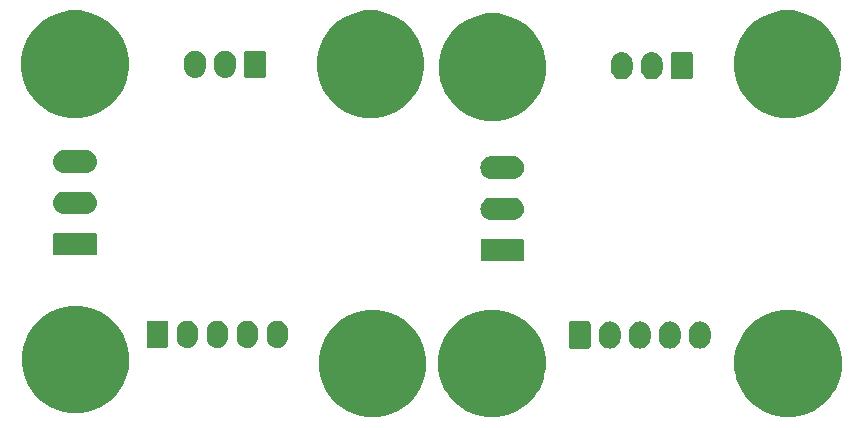
<source format=gbs>
G04 #@! TF.GenerationSoftware,KiCad,Pcbnew,5.0.2+dfsg1-1~bpo9+1*
G04 #@! TF.CreationDate,2019-11-03T17:14:50+01:00*
G04 #@! TF.ProjectId,HALF_DUPLEX_UART,48414c46-5f44-4555-904c-45585f554152,rev?*
G04 #@! TF.SameCoordinates,Original*
G04 #@! TF.FileFunction,Soldermask,Bot*
G04 #@! TF.FilePolarity,Negative*
%FSLAX46Y46*%
G04 Gerber Fmt 4.6, Leading zero omitted, Abs format (unit mm)*
G04 Created by KiCad (PCBNEW 5.0.2+dfsg1-1~bpo9+1) date dim. 03 nov. 2019 17:14:50 CET*
%MOMM*%
%LPD*%
G01*
G04 APERTURE LIST*
%ADD10C,0.100000*%
G04 APERTURE END LIST*
D10*
G36*
X144646975Y-116210392D02*
X144646977Y-116210393D01*
X144646978Y-116210393D01*
X145475207Y-116553456D01*
X146180906Y-117024990D01*
X146220596Y-117051510D01*
X146854490Y-117685404D01*
X146854492Y-117685407D01*
X147352544Y-118430793D01*
X147695395Y-119258510D01*
X147695608Y-119259025D01*
X147870500Y-120138264D01*
X147870500Y-121034736D01*
X147758763Y-121596475D01*
X147695607Y-121913978D01*
X147352544Y-122742207D01*
X147066639Y-123170093D01*
X146854490Y-123487596D01*
X146220596Y-124121490D01*
X146220593Y-124121492D01*
X145475207Y-124619544D01*
X144646978Y-124962607D01*
X144646977Y-124962607D01*
X144646975Y-124962608D01*
X143767736Y-125137500D01*
X142871264Y-125137500D01*
X141992025Y-124962608D01*
X141992023Y-124962607D01*
X141992022Y-124962607D01*
X141163793Y-124619544D01*
X140418407Y-124121492D01*
X140418404Y-124121490D01*
X139784510Y-123487596D01*
X139572361Y-123170093D01*
X139286456Y-122742207D01*
X138943393Y-121913978D01*
X138880238Y-121596475D01*
X138768500Y-121034736D01*
X138768500Y-120138264D01*
X138943392Y-119259025D01*
X138943605Y-119258510D01*
X139286456Y-118430793D01*
X139784508Y-117685407D01*
X139784510Y-117685404D01*
X140418404Y-117051510D01*
X140458094Y-117024990D01*
X141163793Y-116553456D01*
X141992022Y-116210393D01*
X141992023Y-116210393D01*
X141992025Y-116210392D01*
X142871264Y-116035500D01*
X143767736Y-116035500D01*
X144646975Y-116210392D01*
X144646975Y-116210392D01*
G37*
G36*
X179825975Y-116210392D02*
X179825977Y-116210393D01*
X179825978Y-116210393D01*
X180654207Y-116553456D01*
X181359906Y-117024990D01*
X181399596Y-117051510D01*
X182033490Y-117685404D01*
X182033492Y-117685407D01*
X182531544Y-118430793D01*
X182874395Y-119258510D01*
X182874608Y-119259025D01*
X183049500Y-120138264D01*
X183049500Y-121034736D01*
X182937763Y-121596475D01*
X182874607Y-121913978D01*
X182531544Y-122742207D01*
X182245639Y-123170093D01*
X182033490Y-123487596D01*
X181399596Y-124121490D01*
X181399593Y-124121492D01*
X180654207Y-124619544D01*
X179825978Y-124962607D01*
X179825977Y-124962607D01*
X179825975Y-124962608D01*
X178946736Y-125137500D01*
X178050264Y-125137500D01*
X177171025Y-124962608D01*
X177171023Y-124962607D01*
X177171022Y-124962607D01*
X176342793Y-124619544D01*
X175597407Y-124121492D01*
X175597404Y-124121490D01*
X174963510Y-123487596D01*
X174751361Y-123170093D01*
X174465456Y-122742207D01*
X174122393Y-121913978D01*
X174059238Y-121596475D01*
X173947500Y-121034736D01*
X173947500Y-120138264D01*
X174122392Y-119259025D01*
X174122605Y-119258510D01*
X174465456Y-118430793D01*
X174963508Y-117685407D01*
X174963510Y-117685404D01*
X175597404Y-117051510D01*
X175637094Y-117024990D01*
X176342793Y-116553456D01*
X177171022Y-116210393D01*
X177171023Y-116210393D01*
X177171025Y-116210392D01*
X178050264Y-116035500D01*
X178946736Y-116035500D01*
X179825975Y-116210392D01*
X179825975Y-116210392D01*
G37*
G36*
X154743475Y-116210392D02*
X154743477Y-116210393D01*
X154743478Y-116210393D01*
X155571707Y-116553456D01*
X156277406Y-117024990D01*
X156317096Y-117051510D01*
X156950990Y-117685404D01*
X156950992Y-117685407D01*
X157449044Y-118430793D01*
X157791895Y-119258510D01*
X157792108Y-119259025D01*
X157967000Y-120138264D01*
X157967000Y-121034736D01*
X157855263Y-121596475D01*
X157792107Y-121913978D01*
X157449044Y-122742207D01*
X157163139Y-123170093D01*
X156950990Y-123487596D01*
X156317096Y-124121490D01*
X156317093Y-124121492D01*
X155571707Y-124619544D01*
X154743478Y-124962607D01*
X154743477Y-124962607D01*
X154743475Y-124962608D01*
X153864236Y-125137500D01*
X152967764Y-125137500D01*
X152088525Y-124962608D01*
X152088523Y-124962607D01*
X152088522Y-124962607D01*
X151260293Y-124619544D01*
X150514907Y-124121492D01*
X150514904Y-124121490D01*
X149881010Y-123487596D01*
X149668861Y-123170093D01*
X149382956Y-122742207D01*
X149039893Y-121913978D01*
X148976738Y-121596475D01*
X148865000Y-121034736D01*
X148865000Y-120138264D01*
X149039892Y-119259025D01*
X149040105Y-119258510D01*
X149382956Y-118430793D01*
X149881008Y-117685407D01*
X149881010Y-117685404D01*
X150514904Y-117051510D01*
X150554594Y-117024990D01*
X151260293Y-116553456D01*
X152088522Y-116210393D01*
X152088523Y-116210393D01*
X152088525Y-116210392D01*
X152967764Y-116035500D01*
X153864236Y-116035500D01*
X154743475Y-116210392D01*
X154743475Y-116210392D01*
G37*
G36*
X119500975Y-115892892D02*
X119500977Y-115892893D01*
X119500978Y-115892893D01*
X120329207Y-116235956D01*
X121071227Y-116731759D01*
X121074596Y-116734010D01*
X121708490Y-117367904D01*
X121708492Y-117367907D01*
X122206544Y-118113293D01*
X122473448Y-118757658D01*
X122549608Y-118941525D01*
X122724500Y-119820764D01*
X122724500Y-120717236D01*
X122661346Y-121034734D01*
X122549607Y-121596478D01*
X122206544Y-122424707D01*
X121710741Y-123166727D01*
X121708490Y-123170096D01*
X121074596Y-123803990D01*
X121074593Y-123803992D01*
X120329207Y-124302044D01*
X119500978Y-124645107D01*
X119500977Y-124645107D01*
X119500975Y-124645108D01*
X118621736Y-124820000D01*
X117725264Y-124820000D01*
X116846025Y-124645108D01*
X116846023Y-124645107D01*
X116846022Y-124645107D01*
X116017793Y-124302044D01*
X115272407Y-123803992D01*
X115272404Y-123803990D01*
X114638510Y-123170096D01*
X114636259Y-123166727D01*
X114140456Y-122424707D01*
X113797393Y-121596478D01*
X113685655Y-121034734D01*
X113622500Y-120717236D01*
X113622500Y-119820764D01*
X113797392Y-118941525D01*
X113873552Y-118757658D01*
X114140456Y-118113293D01*
X114638508Y-117367907D01*
X114638510Y-117367904D01*
X115272404Y-116734010D01*
X115275773Y-116731759D01*
X116017793Y-116235956D01*
X116846022Y-115892893D01*
X116846023Y-115892893D01*
X116846025Y-115892892D01*
X117725264Y-115718000D01*
X118621736Y-115718000D01*
X119500975Y-115892892D01*
X119500975Y-115892892D01*
G37*
G36*
X168646047Y-117035826D02*
X168750847Y-117067617D01*
X168819657Y-117088490D01*
X168878014Y-117119683D01*
X168979655Y-117174011D01*
X169119896Y-117289104D01*
X169234989Y-117429344D01*
X169274798Y-117503821D01*
X169320510Y-117589342D01*
X169338065Y-117647213D01*
X169373174Y-117762952D01*
X169386500Y-117898256D01*
X169386500Y-118448743D01*
X169373174Y-118584048D01*
X169320510Y-118757657D01*
X169234989Y-118917656D01*
X169119896Y-119057896D01*
X168979656Y-119172989D01*
X168961615Y-119182632D01*
X168819658Y-119258510D01*
X168773051Y-119272648D01*
X168646048Y-119311174D01*
X168465500Y-119328956D01*
X168284953Y-119311174D01*
X168157950Y-119272648D01*
X168111343Y-119258510D01*
X167969386Y-119182632D01*
X167951345Y-119172989D01*
X167811105Y-119057896D01*
X167696012Y-118917656D01*
X167656203Y-118843180D01*
X167610490Y-118757658D01*
X167591227Y-118694157D01*
X167557826Y-118584048D01*
X167544500Y-118448744D01*
X167544500Y-117898257D01*
X167557826Y-117762953D01*
X167610490Y-117589344D01*
X167610490Y-117589343D01*
X167644432Y-117525842D01*
X167696011Y-117429345D01*
X167811104Y-117289104D01*
X167951344Y-117174011D01*
X168047948Y-117122375D01*
X168111342Y-117088490D01*
X168180152Y-117067617D01*
X168284952Y-117035826D01*
X168465500Y-117018044D01*
X168646047Y-117035826D01*
X168646047Y-117035826D01*
G37*
G36*
X171186047Y-117035826D02*
X171290847Y-117067617D01*
X171359657Y-117088490D01*
X171418014Y-117119683D01*
X171519655Y-117174011D01*
X171659896Y-117289104D01*
X171774989Y-117429344D01*
X171814798Y-117503821D01*
X171860510Y-117589342D01*
X171878065Y-117647213D01*
X171913174Y-117762952D01*
X171926500Y-117898256D01*
X171926500Y-118448743D01*
X171913174Y-118584048D01*
X171860510Y-118757657D01*
X171774989Y-118917656D01*
X171659896Y-119057896D01*
X171519656Y-119172989D01*
X171501615Y-119182632D01*
X171359658Y-119258510D01*
X171313051Y-119272648D01*
X171186048Y-119311174D01*
X171005500Y-119328956D01*
X170824953Y-119311174D01*
X170697950Y-119272648D01*
X170651343Y-119258510D01*
X170509386Y-119182632D01*
X170491345Y-119172989D01*
X170351105Y-119057896D01*
X170236012Y-118917656D01*
X170196203Y-118843180D01*
X170150490Y-118757658D01*
X170131227Y-118694157D01*
X170097826Y-118584048D01*
X170084500Y-118448744D01*
X170084500Y-117898257D01*
X170097826Y-117762953D01*
X170150490Y-117589344D01*
X170150490Y-117589343D01*
X170184432Y-117525842D01*
X170236011Y-117429345D01*
X170351104Y-117289104D01*
X170491344Y-117174011D01*
X170587948Y-117122375D01*
X170651342Y-117088490D01*
X170720152Y-117067617D01*
X170824952Y-117035826D01*
X171005500Y-117018044D01*
X171186047Y-117035826D01*
X171186047Y-117035826D01*
G37*
G36*
X166106047Y-117035826D02*
X166210847Y-117067617D01*
X166279657Y-117088490D01*
X166338014Y-117119683D01*
X166439655Y-117174011D01*
X166579896Y-117289104D01*
X166694989Y-117429344D01*
X166734798Y-117503821D01*
X166780510Y-117589342D01*
X166798065Y-117647213D01*
X166833174Y-117762952D01*
X166846500Y-117898256D01*
X166846500Y-118448743D01*
X166833174Y-118584048D01*
X166780510Y-118757657D01*
X166694989Y-118917656D01*
X166579896Y-119057896D01*
X166439656Y-119172989D01*
X166421615Y-119182632D01*
X166279658Y-119258510D01*
X166233051Y-119272648D01*
X166106048Y-119311174D01*
X165925500Y-119328956D01*
X165744953Y-119311174D01*
X165617950Y-119272648D01*
X165571343Y-119258510D01*
X165429386Y-119182632D01*
X165411345Y-119172989D01*
X165271105Y-119057896D01*
X165156012Y-118917656D01*
X165116203Y-118843180D01*
X165070490Y-118757658D01*
X165051227Y-118694157D01*
X165017826Y-118584048D01*
X165004500Y-118448744D01*
X165004500Y-117898257D01*
X165017826Y-117762953D01*
X165070490Y-117589344D01*
X165070490Y-117589343D01*
X165104432Y-117525842D01*
X165156011Y-117429345D01*
X165271104Y-117289104D01*
X165411344Y-117174011D01*
X165507948Y-117122375D01*
X165571342Y-117088490D01*
X165640152Y-117067617D01*
X165744952Y-117035826D01*
X165925500Y-117018044D01*
X166106047Y-117035826D01*
X166106047Y-117035826D01*
G37*
G36*
X163566047Y-117035826D02*
X163670847Y-117067617D01*
X163739657Y-117088490D01*
X163798014Y-117119683D01*
X163899655Y-117174011D01*
X164039896Y-117289104D01*
X164154989Y-117429344D01*
X164194798Y-117503821D01*
X164240510Y-117589342D01*
X164258065Y-117647213D01*
X164293174Y-117762952D01*
X164306500Y-117898256D01*
X164306500Y-118448743D01*
X164293174Y-118584048D01*
X164240510Y-118757657D01*
X164154989Y-118917656D01*
X164039896Y-119057896D01*
X163899656Y-119172989D01*
X163881615Y-119182632D01*
X163739658Y-119258510D01*
X163693051Y-119272648D01*
X163566048Y-119311174D01*
X163385500Y-119328956D01*
X163204953Y-119311174D01*
X163077950Y-119272648D01*
X163031343Y-119258510D01*
X162889386Y-119182632D01*
X162871345Y-119172989D01*
X162731105Y-119057896D01*
X162616012Y-118917656D01*
X162576203Y-118843180D01*
X162530490Y-118757658D01*
X162511227Y-118694157D01*
X162477826Y-118584048D01*
X162464500Y-118448744D01*
X162464500Y-117898257D01*
X162477826Y-117762953D01*
X162530490Y-117589344D01*
X162530490Y-117589343D01*
X162564432Y-117525842D01*
X162616011Y-117429345D01*
X162731104Y-117289104D01*
X162871344Y-117174011D01*
X162967948Y-117122375D01*
X163031342Y-117088490D01*
X163100152Y-117067617D01*
X163204952Y-117035826D01*
X163385500Y-117018044D01*
X163566047Y-117035826D01*
X163566047Y-117035826D01*
G37*
G36*
X161625060Y-117026466D02*
X161657883Y-117036423D01*
X161688132Y-117052592D01*
X161714648Y-117074352D01*
X161736408Y-117100868D01*
X161752577Y-117131117D01*
X161762534Y-117163940D01*
X161766500Y-117204212D01*
X161766500Y-119142788D01*
X161762534Y-119183060D01*
X161752577Y-119215883D01*
X161736408Y-119246132D01*
X161714648Y-119272648D01*
X161688132Y-119294408D01*
X161657883Y-119310577D01*
X161625060Y-119320534D01*
X161584788Y-119324500D01*
X160106212Y-119324500D01*
X160065940Y-119320534D01*
X160033117Y-119310577D01*
X160002868Y-119294408D01*
X159976352Y-119272648D01*
X159954592Y-119246132D01*
X159938423Y-119215883D01*
X159928466Y-119183060D01*
X159924500Y-119142788D01*
X159924500Y-117204212D01*
X159928466Y-117163940D01*
X159938423Y-117131117D01*
X159954592Y-117100868D01*
X159976352Y-117074352D01*
X160002868Y-117052592D01*
X160033117Y-117036423D01*
X160065940Y-117026466D01*
X160106212Y-117022500D01*
X161584788Y-117022500D01*
X161625060Y-117026466D01*
X161625060Y-117026466D01*
G37*
G36*
X127815547Y-116972326D02*
X127931286Y-117007435D01*
X127989157Y-117024990D01*
X128038768Y-117051508D01*
X128149155Y-117110511D01*
X128289396Y-117225604D01*
X128404489Y-117365844D01*
X128438430Y-117429343D01*
X128490010Y-117525842D01*
X128507565Y-117583713D01*
X128542674Y-117699452D01*
X128556000Y-117834756D01*
X128556000Y-118385243D01*
X128542674Y-118520548D01*
X128490010Y-118694157D01*
X128404489Y-118854156D01*
X128289396Y-118994396D01*
X128149156Y-119109489D01*
X128130314Y-119119560D01*
X127989158Y-119195010D01*
X127950027Y-119206880D01*
X127815548Y-119247674D01*
X127635000Y-119265456D01*
X127454453Y-119247674D01*
X127319974Y-119206880D01*
X127280843Y-119195010D01*
X127139687Y-119119560D01*
X127120845Y-119109489D01*
X126980605Y-118994396D01*
X126865512Y-118854156D01*
X126813932Y-118757657D01*
X126779990Y-118694158D01*
X126746588Y-118584045D01*
X126727326Y-118520548D01*
X126714000Y-118385244D01*
X126714000Y-117834757D01*
X126727326Y-117699453D01*
X126779990Y-117525844D01*
X126779990Y-117525843D01*
X126831570Y-117429345D01*
X126865511Y-117365845D01*
X126980604Y-117225604D01*
X127120844Y-117110511D01*
X127231231Y-117051508D01*
X127280842Y-117024990D01*
X127338713Y-117007435D01*
X127454452Y-116972326D01*
X127635000Y-116954544D01*
X127815547Y-116972326D01*
X127815547Y-116972326D01*
G37*
G36*
X135435547Y-116972326D02*
X135551286Y-117007435D01*
X135609157Y-117024990D01*
X135658768Y-117051508D01*
X135769155Y-117110511D01*
X135909396Y-117225604D01*
X136024489Y-117365844D01*
X136058430Y-117429343D01*
X136110010Y-117525842D01*
X136127565Y-117583713D01*
X136162674Y-117699452D01*
X136176000Y-117834756D01*
X136176000Y-118385243D01*
X136162674Y-118520548D01*
X136110010Y-118694157D01*
X136024489Y-118854156D01*
X135909396Y-118994396D01*
X135769156Y-119109489D01*
X135750314Y-119119560D01*
X135609158Y-119195010D01*
X135570027Y-119206880D01*
X135435548Y-119247674D01*
X135255000Y-119265456D01*
X135074453Y-119247674D01*
X134939974Y-119206880D01*
X134900843Y-119195010D01*
X134759687Y-119119560D01*
X134740845Y-119109489D01*
X134600605Y-118994396D01*
X134485512Y-118854156D01*
X134433932Y-118757657D01*
X134399990Y-118694158D01*
X134366588Y-118584045D01*
X134347326Y-118520548D01*
X134334000Y-118385244D01*
X134334000Y-117834757D01*
X134347326Y-117699453D01*
X134399990Y-117525844D01*
X134399990Y-117525843D01*
X134451570Y-117429345D01*
X134485511Y-117365845D01*
X134600604Y-117225604D01*
X134740844Y-117110511D01*
X134851231Y-117051508D01*
X134900842Y-117024990D01*
X134958713Y-117007435D01*
X135074452Y-116972326D01*
X135255000Y-116954544D01*
X135435547Y-116972326D01*
X135435547Y-116972326D01*
G37*
G36*
X132895547Y-116972326D02*
X133011286Y-117007435D01*
X133069157Y-117024990D01*
X133118768Y-117051508D01*
X133229155Y-117110511D01*
X133369396Y-117225604D01*
X133484489Y-117365844D01*
X133518430Y-117429343D01*
X133570010Y-117525842D01*
X133587565Y-117583713D01*
X133622674Y-117699452D01*
X133636000Y-117834756D01*
X133636000Y-118385243D01*
X133622674Y-118520548D01*
X133570010Y-118694157D01*
X133484489Y-118854156D01*
X133369396Y-118994396D01*
X133229156Y-119109489D01*
X133210314Y-119119560D01*
X133069158Y-119195010D01*
X133030027Y-119206880D01*
X132895548Y-119247674D01*
X132715000Y-119265456D01*
X132534453Y-119247674D01*
X132399974Y-119206880D01*
X132360843Y-119195010D01*
X132219687Y-119119560D01*
X132200845Y-119109489D01*
X132060605Y-118994396D01*
X131945512Y-118854156D01*
X131893932Y-118757657D01*
X131859990Y-118694158D01*
X131826588Y-118584045D01*
X131807326Y-118520548D01*
X131794000Y-118385244D01*
X131794000Y-117834757D01*
X131807326Y-117699453D01*
X131859990Y-117525844D01*
X131859990Y-117525843D01*
X131911570Y-117429345D01*
X131945511Y-117365845D01*
X132060604Y-117225604D01*
X132200844Y-117110511D01*
X132311231Y-117051508D01*
X132360842Y-117024990D01*
X132418713Y-117007435D01*
X132534452Y-116972326D01*
X132715000Y-116954544D01*
X132895547Y-116972326D01*
X132895547Y-116972326D01*
G37*
G36*
X130355547Y-116972326D02*
X130471286Y-117007435D01*
X130529157Y-117024990D01*
X130578768Y-117051508D01*
X130689155Y-117110511D01*
X130829396Y-117225604D01*
X130944489Y-117365844D01*
X130978430Y-117429343D01*
X131030010Y-117525842D01*
X131047565Y-117583713D01*
X131082674Y-117699452D01*
X131096000Y-117834756D01*
X131096000Y-118385243D01*
X131082674Y-118520548D01*
X131030010Y-118694157D01*
X130944489Y-118854156D01*
X130829396Y-118994396D01*
X130689156Y-119109489D01*
X130670314Y-119119560D01*
X130529158Y-119195010D01*
X130490027Y-119206880D01*
X130355548Y-119247674D01*
X130175000Y-119265456D01*
X129994453Y-119247674D01*
X129859974Y-119206880D01*
X129820843Y-119195010D01*
X129679687Y-119119560D01*
X129660845Y-119109489D01*
X129520605Y-118994396D01*
X129405512Y-118854156D01*
X129353932Y-118757657D01*
X129319990Y-118694158D01*
X129286588Y-118584045D01*
X129267326Y-118520548D01*
X129254000Y-118385244D01*
X129254000Y-117834757D01*
X129267326Y-117699453D01*
X129319990Y-117525844D01*
X129319990Y-117525843D01*
X129371570Y-117429345D01*
X129405511Y-117365845D01*
X129520604Y-117225604D01*
X129660844Y-117110511D01*
X129771231Y-117051508D01*
X129820842Y-117024990D01*
X129878713Y-117007435D01*
X129994452Y-116972326D01*
X130175000Y-116954544D01*
X130355547Y-116972326D01*
X130355547Y-116972326D01*
G37*
G36*
X125874560Y-116962966D02*
X125907383Y-116972923D01*
X125937632Y-116989092D01*
X125964148Y-117010852D01*
X125985908Y-117037368D01*
X126002077Y-117067617D01*
X126012034Y-117100440D01*
X126016000Y-117140712D01*
X126016000Y-119079288D01*
X126012034Y-119119560D01*
X126002077Y-119152383D01*
X125985908Y-119182632D01*
X125964148Y-119209148D01*
X125937632Y-119230908D01*
X125907383Y-119247077D01*
X125874560Y-119257034D01*
X125834288Y-119261000D01*
X124355712Y-119261000D01*
X124315440Y-119257034D01*
X124282617Y-119247077D01*
X124252368Y-119230908D01*
X124225852Y-119209148D01*
X124204092Y-119182632D01*
X124187923Y-119152383D01*
X124177966Y-119119560D01*
X124174000Y-119079288D01*
X124174000Y-117140712D01*
X124177966Y-117100440D01*
X124187923Y-117067617D01*
X124204092Y-117037368D01*
X124225852Y-117010852D01*
X124252368Y-116989092D01*
X124282617Y-116972923D01*
X124315440Y-116962966D01*
X124355712Y-116959000D01*
X125834288Y-116959000D01*
X125874560Y-116962966D01*
X125874560Y-116962966D01*
G37*
G36*
X156015918Y-110050934D02*
X156048424Y-110060795D01*
X156078383Y-110076808D01*
X156104641Y-110098359D01*
X156126192Y-110124617D01*
X156142205Y-110154576D01*
X156152066Y-110187082D01*
X156156000Y-110227029D01*
X156156000Y-111768971D01*
X156152066Y-111808918D01*
X156142205Y-111841424D01*
X156126192Y-111871383D01*
X156104641Y-111897641D01*
X156078383Y-111919192D01*
X156048424Y-111935205D01*
X156015918Y-111945066D01*
X155975971Y-111949000D01*
X152634029Y-111949000D01*
X152594082Y-111945066D01*
X152561576Y-111935205D01*
X152531617Y-111919192D01*
X152505359Y-111897641D01*
X152483808Y-111871383D01*
X152467795Y-111841424D01*
X152457934Y-111808918D01*
X152454000Y-111768971D01*
X152454000Y-110227029D01*
X152457934Y-110187082D01*
X152467795Y-110154576D01*
X152483808Y-110124617D01*
X152505359Y-110098359D01*
X152531617Y-110076808D01*
X152561576Y-110060795D01*
X152594082Y-110050934D01*
X152634029Y-110047000D01*
X155975971Y-110047000D01*
X156015918Y-110050934D01*
X156015918Y-110050934D01*
G37*
G36*
X119820918Y-109542934D02*
X119853424Y-109552795D01*
X119883383Y-109568808D01*
X119909641Y-109590359D01*
X119931192Y-109616617D01*
X119947205Y-109646576D01*
X119957066Y-109679082D01*
X119961000Y-109719029D01*
X119961000Y-111260971D01*
X119957066Y-111300918D01*
X119947205Y-111333424D01*
X119931192Y-111363383D01*
X119909641Y-111389641D01*
X119883383Y-111411192D01*
X119853424Y-111427205D01*
X119820918Y-111437066D01*
X119780971Y-111441000D01*
X116439029Y-111441000D01*
X116399082Y-111437066D01*
X116366576Y-111427205D01*
X116336617Y-111411192D01*
X116310359Y-111389641D01*
X116288808Y-111363383D01*
X116272795Y-111333424D01*
X116262934Y-111300918D01*
X116259000Y-111260971D01*
X116259000Y-109719029D01*
X116262934Y-109679082D01*
X116272795Y-109646576D01*
X116288808Y-109616617D01*
X116310359Y-109590359D01*
X116336617Y-109568808D01*
X116366576Y-109552795D01*
X116399082Y-109542934D01*
X116439029Y-109539000D01*
X119780971Y-109539000D01*
X119820918Y-109542934D01*
X119820918Y-109542934D01*
G37*
G36*
X155391425Y-106560760D02*
X155391428Y-106560761D01*
X155391429Y-106560761D01*
X155570693Y-106615140D01*
X155570695Y-106615141D01*
X155735905Y-106703448D01*
X155880712Y-106822288D01*
X155999552Y-106967095D01*
X156087859Y-107132305D01*
X156142240Y-107311575D01*
X156160601Y-107498000D01*
X156142240Y-107684425D01*
X156142239Y-107684428D01*
X156142239Y-107684429D01*
X156111867Y-107784553D01*
X156087859Y-107863695D01*
X155999552Y-108028905D01*
X155880712Y-108173712D01*
X155735905Y-108292552D01*
X155735903Y-108292553D01*
X155570693Y-108380860D01*
X155391429Y-108435239D01*
X155391428Y-108435239D01*
X155391425Y-108435240D01*
X155251718Y-108449000D01*
X153358282Y-108449000D01*
X153218575Y-108435240D01*
X153218572Y-108435239D01*
X153218571Y-108435239D01*
X153039307Y-108380860D01*
X152874097Y-108292553D01*
X152874095Y-108292552D01*
X152729288Y-108173712D01*
X152610448Y-108028905D01*
X152522141Y-107863695D01*
X152498134Y-107784553D01*
X152467761Y-107684429D01*
X152467761Y-107684428D01*
X152467760Y-107684425D01*
X152449399Y-107498000D01*
X152467760Y-107311575D01*
X152522141Y-107132305D01*
X152610448Y-106967095D01*
X152729288Y-106822288D01*
X152874095Y-106703448D01*
X153039305Y-106615141D01*
X153039307Y-106615140D01*
X153218571Y-106560761D01*
X153218572Y-106560761D01*
X153218575Y-106560760D01*
X153358282Y-106547000D01*
X155251718Y-106547000D01*
X155391425Y-106560760D01*
X155391425Y-106560760D01*
G37*
G36*
X119196425Y-106052760D02*
X119196428Y-106052761D01*
X119196429Y-106052761D01*
X119375693Y-106107140D01*
X119375695Y-106107141D01*
X119540905Y-106195448D01*
X119685712Y-106314288D01*
X119804552Y-106459095D01*
X119804553Y-106459097D01*
X119892860Y-106624307D01*
X119916867Y-106703448D01*
X119947240Y-106803575D01*
X119965601Y-106990000D01*
X119947240Y-107176425D01*
X119892859Y-107355695D01*
X119804552Y-107520905D01*
X119685712Y-107665712D01*
X119540905Y-107784552D01*
X119375695Y-107872859D01*
X119375693Y-107872860D01*
X119196429Y-107927239D01*
X119196428Y-107927239D01*
X119196425Y-107927240D01*
X119056718Y-107941000D01*
X117163282Y-107941000D01*
X117023575Y-107927240D01*
X117023572Y-107927239D01*
X117023571Y-107927239D01*
X116844307Y-107872860D01*
X116844305Y-107872859D01*
X116679095Y-107784552D01*
X116534288Y-107665712D01*
X116415448Y-107520905D01*
X116327141Y-107355695D01*
X116272760Y-107176425D01*
X116254399Y-106990000D01*
X116272760Y-106803575D01*
X116303133Y-106703448D01*
X116327140Y-106624307D01*
X116415447Y-106459097D01*
X116415448Y-106459095D01*
X116534288Y-106314288D01*
X116679095Y-106195448D01*
X116844305Y-106107141D01*
X116844307Y-106107140D01*
X117023571Y-106052761D01*
X117023572Y-106052761D01*
X117023575Y-106052760D01*
X117163282Y-106039000D01*
X119056718Y-106039000D01*
X119196425Y-106052760D01*
X119196425Y-106052760D01*
G37*
G36*
X155391425Y-103060760D02*
X155391428Y-103060761D01*
X155391429Y-103060761D01*
X155570693Y-103115140D01*
X155570695Y-103115141D01*
X155735905Y-103203448D01*
X155880712Y-103322288D01*
X155999552Y-103467095D01*
X156087859Y-103632305D01*
X156142240Y-103811575D01*
X156160601Y-103998000D01*
X156142240Y-104184425D01*
X156142239Y-104184428D01*
X156142239Y-104184429D01*
X156111867Y-104284553D01*
X156087859Y-104363695D01*
X155999552Y-104528905D01*
X155880712Y-104673712D01*
X155735905Y-104792552D01*
X155735903Y-104792553D01*
X155570693Y-104880860D01*
X155391429Y-104935239D01*
X155391428Y-104935239D01*
X155391425Y-104935240D01*
X155251718Y-104949000D01*
X153358282Y-104949000D01*
X153218575Y-104935240D01*
X153218572Y-104935239D01*
X153218571Y-104935239D01*
X153039307Y-104880860D01*
X152874097Y-104792553D01*
X152874095Y-104792552D01*
X152729288Y-104673712D01*
X152610448Y-104528905D01*
X152522141Y-104363695D01*
X152498134Y-104284553D01*
X152467761Y-104184429D01*
X152467761Y-104184428D01*
X152467760Y-104184425D01*
X152449399Y-103998000D01*
X152467760Y-103811575D01*
X152522141Y-103632305D01*
X152610448Y-103467095D01*
X152729288Y-103322288D01*
X152874095Y-103203448D01*
X153039305Y-103115141D01*
X153039307Y-103115140D01*
X153218571Y-103060761D01*
X153218572Y-103060761D01*
X153218575Y-103060760D01*
X153358282Y-103047000D01*
X155251718Y-103047000D01*
X155391425Y-103060760D01*
X155391425Y-103060760D01*
G37*
G36*
X119196425Y-102552760D02*
X119196428Y-102552761D01*
X119196429Y-102552761D01*
X119375693Y-102607140D01*
X119375695Y-102607141D01*
X119540905Y-102695448D01*
X119685712Y-102814288D01*
X119804552Y-102959095D01*
X119804553Y-102959097D01*
X119892860Y-103124307D01*
X119916867Y-103203448D01*
X119947240Y-103303575D01*
X119965601Y-103490000D01*
X119947240Y-103676425D01*
X119892859Y-103855695D01*
X119804552Y-104020905D01*
X119685712Y-104165712D01*
X119540905Y-104284552D01*
X119375695Y-104372859D01*
X119375693Y-104372860D01*
X119196429Y-104427239D01*
X119196428Y-104427239D01*
X119196425Y-104427240D01*
X119056718Y-104441000D01*
X117163282Y-104441000D01*
X117023575Y-104427240D01*
X117023572Y-104427239D01*
X117023571Y-104427239D01*
X116844307Y-104372860D01*
X116844305Y-104372859D01*
X116679095Y-104284552D01*
X116534288Y-104165712D01*
X116415448Y-104020905D01*
X116327141Y-103855695D01*
X116272760Y-103676425D01*
X116254399Y-103490000D01*
X116272760Y-103303575D01*
X116303133Y-103203448D01*
X116327140Y-103124307D01*
X116415447Y-102959097D01*
X116415448Y-102959095D01*
X116534288Y-102814288D01*
X116679095Y-102695448D01*
X116844305Y-102607141D01*
X116844307Y-102607140D01*
X117023571Y-102552761D01*
X117023572Y-102552761D01*
X117023575Y-102552760D01*
X117163282Y-102539000D01*
X119056718Y-102539000D01*
X119196425Y-102552760D01*
X119196425Y-102552760D01*
G37*
G36*
X154806975Y-91127892D02*
X154806977Y-91127893D01*
X154806978Y-91127893D01*
X155635207Y-91470956D01*
X156377227Y-91966759D01*
X156380596Y-91969010D01*
X157014490Y-92602904D01*
X157014492Y-92602907D01*
X157512544Y-93348293D01*
X157829016Y-94112326D01*
X157855608Y-94176525D01*
X158030500Y-95055764D01*
X158030500Y-95952236D01*
X157906132Y-96577475D01*
X157855607Y-96831478D01*
X157512544Y-97659707D01*
X157016741Y-98401727D01*
X157014490Y-98405096D01*
X156380596Y-99038990D01*
X156380593Y-99038992D01*
X155635207Y-99537044D01*
X154806978Y-99880107D01*
X154806977Y-99880107D01*
X154806975Y-99880108D01*
X153927736Y-100055000D01*
X153031264Y-100055000D01*
X152152025Y-99880108D01*
X152152023Y-99880107D01*
X152152022Y-99880107D01*
X151323793Y-99537044D01*
X150578407Y-99038992D01*
X150578404Y-99038990D01*
X149944510Y-98405096D01*
X149942259Y-98401727D01*
X149446456Y-97659707D01*
X149103393Y-96831478D01*
X149052869Y-96577475D01*
X148928500Y-95952236D01*
X148928500Y-95055764D01*
X149103392Y-94176525D01*
X149129984Y-94112326D01*
X149446456Y-93348293D01*
X149944508Y-92602907D01*
X149944510Y-92602904D01*
X150578404Y-91969010D01*
X150581773Y-91966759D01*
X151323793Y-91470956D01*
X152152022Y-91127893D01*
X152152023Y-91127893D01*
X152152025Y-91127892D01*
X153031264Y-90953000D01*
X153927736Y-90953000D01*
X154806975Y-91127892D01*
X154806975Y-91127892D01*
G37*
G36*
X119437475Y-90873892D02*
X119437477Y-90873893D01*
X119437478Y-90873893D01*
X120265707Y-91216956D01*
X121007727Y-91712759D01*
X121011096Y-91715010D01*
X121644990Y-92348904D01*
X121644992Y-92348907D01*
X122143044Y-93094293D01*
X122486107Y-93922522D01*
X122486108Y-93922525D01*
X122661000Y-94801764D01*
X122661000Y-95698236D01*
X122495063Y-96532456D01*
X122486107Y-96577478D01*
X122143044Y-97405707D01*
X121973326Y-97659707D01*
X121644990Y-98151096D01*
X121011096Y-98784990D01*
X121011093Y-98784992D01*
X120265707Y-99283044D01*
X119437478Y-99626107D01*
X119437477Y-99626107D01*
X119437475Y-99626108D01*
X118558236Y-99801000D01*
X117661764Y-99801000D01*
X116782525Y-99626108D01*
X116782523Y-99626107D01*
X116782522Y-99626107D01*
X115954293Y-99283044D01*
X115208907Y-98784992D01*
X115208904Y-98784990D01*
X114575010Y-98151096D01*
X114246674Y-97659707D01*
X114076956Y-97405707D01*
X113733893Y-96577478D01*
X113724938Y-96532456D01*
X113559000Y-95698236D01*
X113559000Y-94801764D01*
X113733892Y-93922525D01*
X113733893Y-93922522D01*
X114076956Y-93094293D01*
X114575008Y-92348907D01*
X114575010Y-92348904D01*
X115208904Y-91715010D01*
X115212273Y-91712759D01*
X115954293Y-91216956D01*
X116782522Y-90873893D01*
X116782523Y-90873893D01*
X116782525Y-90873892D01*
X117661764Y-90699000D01*
X118558236Y-90699000D01*
X119437475Y-90873892D01*
X119437475Y-90873892D01*
G37*
G36*
X179762475Y-90873892D02*
X179762477Y-90873893D01*
X179762478Y-90873893D01*
X180590707Y-91216956D01*
X181332727Y-91712759D01*
X181336096Y-91715010D01*
X181969990Y-92348904D01*
X181969992Y-92348907D01*
X182468044Y-93094293D01*
X182811107Y-93922522D01*
X182811108Y-93922525D01*
X182986000Y-94801764D01*
X182986000Y-95698236D01*
X182820063Y-96532456D01*
X182811107Y-96577478D01*
X182468044Y-97405707D01*
X182298326Y-97659707D01*
X181969990Y-98151096D01*
X181336096Y-98784990D01*
X181336093Y-98784992D01*
X180590707Y-99283044D01*
X179762478Y-99626107D01*
X179762477Y-99626107D01*
X179762475Y-99626108D01*
X178883236Y-99801000D01*
X177986764Y-99801000D01*
X177107525Y-99626108D01*
X177107523Y-99626107D01*
X177107522Y-99626107D01*
X176279293Y-99283044D01*
X175533907Y-98784992D01*
X175533904Y-98784990D01*
X174900010Y-98151096D01*
X174571674Y-97659707D01*
X174401956Y-97405707D01*
X174058893Y-96577478D01*
X174049938Y-96532456D01*
X173884000Y-95698236D01*
X173884000Y-94801764D01*
X174058892Y-93922525D01*
X174058893Y-93922522D01*
X174401956Y-93094293D01*
X174900008Y-92348907D01*
X174900010Y-92348904D01*
X175533904Y-91715010D01*
X175537273Y-91712759D01*
X176279293Y-91216956D01*
X177107522Y-90873893D01*
X177107523Y-90873893D01*
X177107525Y-90873892D01*
X177986764Y-90699000D01*
X178883236Y-90699000D01*
X179762475Y-90873892D01*
X179762475Y-90873892D01*
G37*
G36*
X144456475Y-90873892D02*
X144456477Y-90873893D01*
X144456478Y-90873893D01*
X145284707Y-91216956D01*
X146026727Y-91712759D01*
X146030096Y-91715010D01*
X146663990Y-92348904D01*
X146663992Y-92348907D01*
X147162044Y-93094293D01*
X147505107Y-93922522D01*
X147505108Y-93922525D01*
X147680000Y-94801764D01*
X147680000Y-95698236D01*
X147514063Y-96532456D01*
X147505107Y-96577478D01*
X147162044Y-97405707D01*
X146992326Y-97659707D01*
X146663990Y-98151096D01*
X146030096Y-98784990D01*
X146030093Y-98784992D01*
X145284707Y-99283044D01*
X144456478Y-99626107D01*
X144456477Y-99626107D01*
X144456475Y-99626108D01*
X143577236Y-99801000D01*
X142680764Y-99801000D01*
X141801525Y-99626108D01*
X141801523Y-99626107D01*
X141801522Y-99626107D01*
X140973293Y-99283044D01*
X140227907Y-98784992D01*
X140227904Y-98784990D01*
X139594010Y-98151096D01*
X139265674Y-97659707D01*
X139095956Y-97405707D01*
X138752893Y-96577478D01*
X138743938Y-96532456D01*
X138578000Y-95698236D01*
X138578000Y-94801764D01*
X138752892Y-93922525D01*
X138752893Y-93922522D01*
X139095956Y-93094293D01*
X139594008Y-92348907D01*
X139594010Y-92348904D01*
X140227904Y-91715010D01*
X140231273Y-91712759D01*
X140973293Y-91216956D01*
X141801522Y-90873893D01*
X141801523Y-90873893D01*
X141801525Y-90873892D01*
X142680764Y-90699000D01*
X143577236Y-90699000D01*
X144456475Y-90873892D01*
X144456475Y-90873892D01*
G37*
G36*
X167122048Y-94239326D02*
X167237787Y-94274435D01*
X167295658Y-94291990D01*
X167375407Y-94334617D01*
X167455656Y-94377511D01*
X167595896Y-94492604D01*
X167710989Y-94632844D01*
X167796510Y-94792843D01*
X167849174Y-94966452D01*
X167849992Y-94974756D01*
X167862500Y-95101756D01*
X167862500Y-95652245D01*
X167861682Y-95660546D01*
X167849174Y-95787548D01*
X167835035Y-95834157D01*
X167796510Y-95961158D01*
X167750798Y-96046679D01*
X167710989Y-96121156D01*
X167595896Y-96261396D01*
X167455655Y-96376489D01*
X167354014Y-96430817D01*
X167295657Y-96462010D01*
X167249050Y-96476148D01*
X167122047Y-96514674D01*
X166941500Y-96532456D01*
X166760952Y-96514674D01*
X166633949Y-96476148D01*
X166587342Y-96462010D01*
X166473201Y-96401000D01*
X166427344Y-96376489D01*
X166287104Y-96261396D01*
X166172011Y-96121155D01*
X166086491Y-95961158D01*
X166086490Y-95961157D01*
X166068935Y-95903286D01*
X166033826Y-95787547D01*
X166020500Y-95652243D01*
X166020500Y-95101756D01*
X166033826Y-94966452D01*
X166086490Y-94792843D01*
X166086490Y-94792842D01*
X166172013Y-94632843D01*
X166287105Y-94492604D01*
X166427344Y-94377512D01*
X166427343Y-94377512D01*
X166427345Y-94377511D01*
X166507594Y-94334617D01*
X166587343Y-94291990D01*
X166645214Y-94274435D01*
X166760953Y-94239326D01*
X166941500Y-94221544D01*
X167122048Y-94239326D01*
X167122048Y-94239326D01*
G37*
G36*
X164582048Y-94239326D02*
X164697787Y-94274435D01*
X164755658Y-94291990D01*
X164835407Y-94334617D01*
X164915656Y-94377511D01*
X165055896Y-94492604D01*
X165170989Y-94632844D01*
X165256510Y-94792843D01*
X165309174Y-94966452D01*
X165309992Y-94974756D01*
X165322500Y-95101756D01*
X165322500Y-95652245D01*
X165321682Y-95660546D01*
X165309174Y-95787548D01*
X165295035Y-95834157D01*
X165256510Y-95961158D01*
X165210798Y-96046679D01*
X165170989Y-96121156D01*
X165055896Y-96261396D01*
X164915655Y-96376489D01*
X164814014Y-96430817D01*
X164755657Y-96462010D01*
X164709050Y-96476148D01*
X164582047Y-96514674D01*
X164401500Y-96532456D01*
X164220952Y-96514674D01*
X164093949Y-96476148D01*
X164047342Y-96462010D01*
X163933201Y-96401000D01*
X163887344Y-96376489D01*
X163747104Y-96261396D01*
X163632011Y-96121155D01*
X163546491Y-95961158D01*
X163546490Y-95961157D01*
X163528935Y-95903286D01*
X163493826Y-95787547D01*
X163480500Y-95652243D01*
X163480500Y-95101756D01*
X163493826Y-94966452D01*
X163546490Y-94792843D01*
X163546490Y-94792842D01*
X163632013Y-94632843D01*
X163747105Y-94492604D01*
X163887344Y-94377512D01*
X163887343Y-94377512D01*
X163887345Y-94377511D01*
X163967594Y-94334617D01*
X164047343Y-94291990D01*
X164105214Y-94274435D01*
X164220953Y-94239326D01*
X164401500Y-94221544D01*
X164582048Y-94239326D01*
X164582048Y-94239326D01*
G37*
G36*
X170261060Y-94229966D02*
X170293883Y-94239923D01*
X170324132Y-94256092D01*
X170350648Y-94277852D01*
X170372408Y-94304368D01*
X170388577Y-94334617D01*
X170398534Y-94367440D01*
X170402500Y-94407712D01*
X170402500Y-96346288D01*
X170398534Y-96386560D01*
X170388577Y-96419383D01*
X170372408Y-96449632D01*
X170350648Y-96476148D01*
X170324132Y-96497908D01*
X170293883Y-96514077D01*
X170261060Y-96524034D01*
X170220788Y-96528000D01*
X168742212Y-96528000D01*
X168701940Y-96524034D01*
X168669117Y-96514077D01*
X168638868Y-96497908D01*
X168612352Y-96476148D01*
X168590592Y-96449632D01*
X168574423Y-96419383D01*
X168564466Y-96386560D01*
X168560500Y-96346288D01*
X168560500Y-94407712D01*
X168564466Y-94367440D01*
X168574423Y-94334617D01*
X168590592Y-94304368D01*
X168612352Y-94277852D01*
X168638868Y-94256092D01*
X168669117Y-94239923D01*
X168701940Y-94229966D01*
X168742212Y-94226000D01*
X170220788Y-94226000D01*
X170261060Y-94229966D01*
X170261060Y-94229966D01*
G37*
G36*
X130990548Y-94112326D02*
X131106287Y-94147435D01*
X131164158Y-94164990D01*
X131185738Y-94176525D01*
X131324156Y-94250511D01*
X131464396Y-94365604D01*
X131579489Y-94505844D01*
X131665010Y-94665843D01*
X131717674Y-94839452D01*
X131731000Y-94974757D01*
X131731000Y-95525244D01*
X131717674Y-95660548D01*
X131706242Y-95698234D01*
X131665010Y-95834158D01*
X131619298Y-95919679D01*
X131579489Y-95994156D01*
X131464396Y-96134396D01*
X131324155Y-96249489D01*
X131222514Y-96303817D01*
X131164157Y-96335010D01*
X131126978Y-96346288D01*
X130990547Y-96387674D01*
X130810000Y-96405456D01*
X130629452Y-96387674D01*
X130493021Y-96346288D01*
X130455842Y-96335010D01*
X130321769Y-96263346D01*
X130295844Y-96249489D01*
X130155604Y-96134396D01*
X130040511Y-95994155D01*
X129954991Y-95834158D01*
X129954990Y-95834157D01*
X129913759Y-95698236D01*
X129902326Y-95660547D01*
X129889000Y-95525243D01*
X129889000Y-94974756D01*
X129889818Y-94966455D01*
X129902326Y-94839454D01*
X129902326Y-94839452D01*
X129954990Y-94665843D01*
X129954990Y-94665842D01*
X130040513Y-94505843D01*
X130136097Y-94389375D01*
X130155605Y-94365604D01*
X130295845Y-94250511D01*
X130434263Y-94176525D01*
X130455843Y-94164990D01*
X130513714Y-94147435D01*
X130629453Y-94112326D01*
X130810000Y-94094544D01*
X130990548Y-94112326D01*
X130990548Y-94112326D01*
G37*
G36*
X128450548Y-94112326D02*
X128566287Y-94147435D01*
X128624158Y-94164990D01*
X128645738Y-94176525D01*
X128784156Y-94250511D01*
X128924396Y-94365604D01*
X129039489Y-94505844D01*
X129125010Y-94665843D01*
X129177674Y-94839452D01*
X129191000Y-94974757D01*
X129191000Y-95525244D01*
X129177674Y-95660548D01*
X129166242Y-95698234D01*
X129125010Y-95834158D01*
X129079298Y-95919679D01*
X129039489Y-95994156D01*
X128924396Y-96134396D01*
X128784155Y-96249489D01*
X128682514Y-96303817D01*
X128624157Y-96335010D01*
X128586978Y-96346288D01*
X128450547Y-96387674D01*
X128270000Y-96405456D01*
X128089452Y-96387674D01*
X127953021Y-96346288D01*
X127915842Y-96335010D01*
X127781769Y-96263346D01*
X127755844Y-96249489D01*
X127615604Y-96134396D01*
X127500511Y-95994155D01*
X127414991Y-95834158D01*
X127414990Y-95834157D01*
X127373759Y-95698236D01*
X127362326Y-95660547D01*
X127349000Y-95525243D01*
X127349000Y-94974756D01*
X127349818Y-94966455D01*
X127362326Y-94839454D01*
X127362326Y-94839452D01*
X127414990Y-94665843D01*
X127414990Y-94665842D01*
X127500513Y-94505843D01*
X127596097Y-94389375D01*
X127615605Y-94365604D01*
X127755845Y-94250511D01*
X127894263Y-94176525D01*
X127915843Y-94164990D01*
X127973714Y-94147435D01*
X128089453Y-94112326D01*
X128270000Y-94094544D01*
X128450548Y-94112326D01*
X128450548Y-94112326D01*
G37*
G36*
X134129560Y-94102966D02*
X134162383Y-94112923D01*
X134192632Y-94129092D01*
X134219148Y-94150852D01*
X134240908Y-94177368D01*
X134257077Y-94207617D01*
X134267034Y-94240440D01*
X134271000Y-94280712D01*
X134271000Y-96219288D01*
X134267034Y-96259560D01*
X134257077Y-96292383D01*
X134240908Y-96322632D01*
X134219148Y-96349148D01*
X134192632Y-96370908D01*
X134162383Y-96387077D01*
X134129560Y-96397034D01*
X134089288Y-96401000D01*
X132610712Y-96401000D01*
X132570440Y-96397034D01*
X132537617Y-96387077D01*
X132507368Y-96370908D01*
X132480852Y-96349148D01*
X132459092Y-96322632D01*
X132442923Y-96292383D01*
X132432966Y-96259560D01*
X132429000Y-96219288D01*
X132429000Y-94280712D01*
X132432966Y-94240440D01*
X132442923Y-94207617D01*
X132459092Y-94177368D01*
X132480852Y-94150852D01*
X132507368Y-94129092D01*
X132537617Y-94112923D01*
X132570440Y-94102966D01*
X132610712Y-94099000D01*
X134089288Y-94099000D01*
X134129560Y-94102966D01*
X134129560Y-94102966D01*
G37*
M02*

</source>
